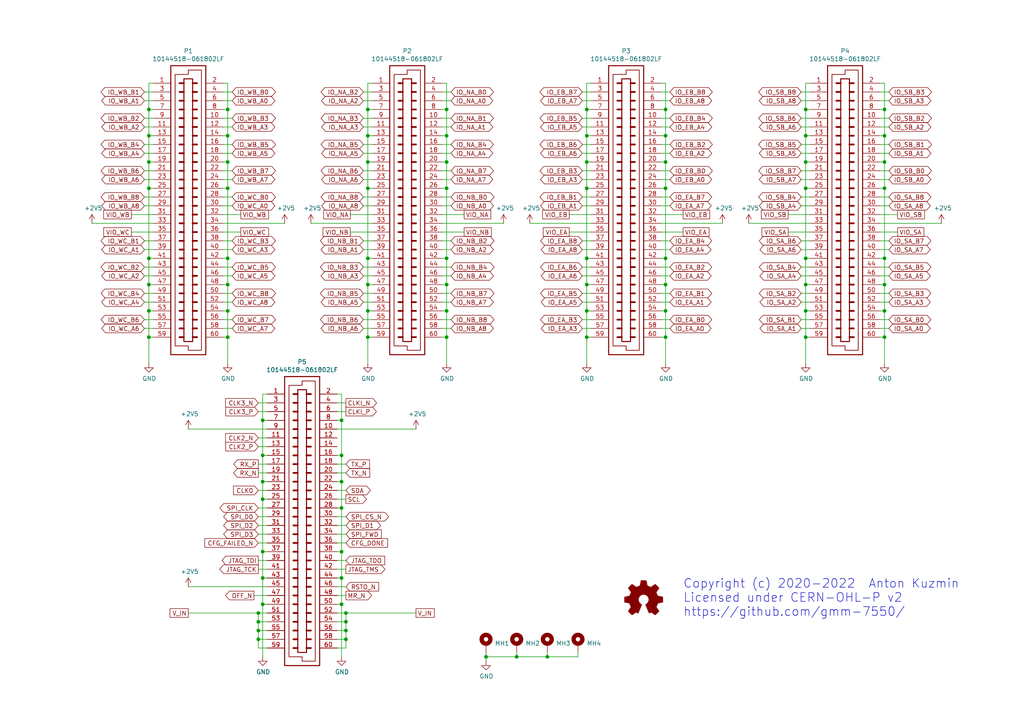
<source format=kicad_sch>
(kicad_sch (version 20230121) (generator eeschema)
  (paper "A4")
  (title_block (title "GateMate FPGA Module: GMM-7550") (date "2022-04-27") (rev "2.2"))
  (junction (at 106.68 82.55))
  (junction (at 256.54 54.61))
  (junction (at 106.68 46.99))
  (junction (at 129.54 46.99))
  (junction (at 99.06 167.64))
  (junction (at 193.04 90.17))
  (junction (at 193.04 74.93))
  (junction (at 129.54 39.37))
  (junction (at 106.68 74.93))
  (junction (at 193.04 31.75))
  (junction (at 99.06 147.32))
  (junction (at 256.54 31.75))
  (junction (at 256.54 39.37))
  (junction (at 99.06 139.7))
  (junction (at 170.18 39.37))
  (junction (at 76.2 160.02))
  (junction (at 256.54 46.99))
  (junction (at 106.68 39.37))
  (junction (at 99.06 121.92))
  (junction (at 66.04 90.17))
  (junction (at 66.04 97.79))
  (junction (at 76.2 167.64))
  (junction (at 74.93 182.88))
  (junction (at 233.68 46.99))
  (junction (at 76.2 139.7))
  (junction (at 106.68 54.61))
  (junction (at 66.04 82.55))
  (junction (at 170.18 90.17))
  (junction (at 193.04 39.37))
  (junction (at 233.68 82.55))
  (junction (at 43.18 90.17))
  (junction (at 43.18 74.93))
  (junction (at 43.18 54.61))
  (junction (at 99.06 160.02))
  (junction (at 170.18 82.55))
  (junction (at 129.54 97.79))
  (junction (at 170.18 74.93))
  (junction (at 99.06 175.26))
  (junction (at 106.68 90.17))
  (junction (at 129.54 54.61))
  (junction (at 76.2 132.08))
  (junction (at 129.54 82.55))
  (junction (at 66.04 39.37))
  (junction (at 233.68 39.37))
  (junction (at 170.18 97.79))
  (junction (at 66.04 31.75))
  (junction (at 66.04 54.61))
  (junction (at 256.54 74.93))
  (junction (at 43.18 46.99))
  (junction (at 66.04 46.99))
  (junction (at 129.54 90.17))
  (junction (at 193.04 54.61))
  (junction (at 129.54 74.93))
  (junction (at 158.75 190.5))
  (junction (at 170.18 46.99))
  (junction (at 99.06 132.08))
  (junction (at 100.33 185.42))
  (junction (at 76.2 144.78))
  (junction (at 140.97 190.5))
  (junction (at 256.54 97.79))
  (junction (at 256.54 82.55))
  (junction (at 66.04 74.93))
  (junction (at 193.04 82.55))
  (junction (at 170.18 31.75))
  (junction (at 193.04 46.99))
  (junction (at 100.33 177.8))
  (junction (at 74.93 185.42))
  (junction (at 233.68 90.17))
  (junction (at 74.93 180.34))
  (junction (at 129.54 31.75))
  (junction (at 100.33 182.88))
  (junction (at 149.86 190.5))
  (junction (at 233.68 97.79))
  (junction (at 74.93 177.8))
  (junction (at 76.2 175.26))
  (junction (at 193.04 97.79))
  (junction (at 43.18 39.37))
  (junction (at 233.68 54.61))
  (junction (at 170.18 54.61))
  (junction (at 43.18 82.55))
  (junction (at 43.18 31.75))
  (junction (at 76.2 121.92))
  (junction (at 233.68 74.93))
  (junction (at 233.68 31.75))
  (junction (at 100.33 180.34))
  (junction (at 256.54 90.17))
  (junction (at 106.68 97.79))
  (junction (at 43.18 97.79))
  (junction (at 106.68 31.75))
  (wire (pts (xy 232.41 36.83) (xy 234.95 36.83)))
  (wire (pts (xy 64.77 44.45) (xy 67.31 44.45)))
  (wire (pts (xy 100.33 170.18) (xy 97.79 170.18)))
  (wire (pts (xy 255.27 77.47) (xy 257.81 77.47)))
  (wire (pts (xy 105.41 36.83) (xy 107.95 36.83)))
  (wire (pts (xy 43.18 90.17) (xy 43.18 97.79)))
  (wire (pts (xy 99.06 167.64) (xy 99.06 160.02)))
  (wire (pts (xy 232.41 49.53) (xy 234.95 49.53)))
  (wire (pts (xy 168.91 44.45) (xy 171.45 44.45)))
  (wire (pts (xy 64.77 97.79) (xy 66.04 97.79)))
  (wire (pts (xy 43.18 24.13) (xy 43.18 31.75)))
  (wire (pts (xy 74.93 142.24) (xy 77.47 142.24)))
  (wire (pts (xy 193.04 39.37) (xy 193.04 46.99)))
  (wire (pts (xy 256.54 90.17) (xy 256.54 97.79)))
  (wire (pts (xy 97.79 137.16) (xy 100.33 137.16)))
  (wire (pts (xy 76.2 175.26) (xy 77.47 175.26)))
  (wire (pts (xy 191.77 82.55) (xy 193.04 82.55)))
  (wire (pts (xy 233.68 39.37) (xy 233.68 46.99)))
  (wire (pts (xy 128.27 57.15) (xy 130.81 57.15)))
  (wire (pts (xy 41.91 36.83) (xy 44.45 36.83)))
  (wire (pts (xy 44.45 31.75) (xy 43.18 31.75)))
  (wire (pts (xy 76.2 160.02) (xy 77.47 160.02)))
  (wire (pts (xy 44.45 82.55) (xy 43.18 82.55)))
  (wire (pts (xy 128.27 41.91) (xy 130.81 41.91)))
  (wire (pts (xy 74.93 180.34) (xy 77.47 180.34)))
  (wire (pts (xy 257.81 80.01) (xy 255.27 80.01)))
  (wire (pts (xy 106.68 46.99) (xy 106.68 54.61)))
  (wire (pts (xy 217.17 64.77) (xy 234.95 64.77)))
  (wire (pts (xy 26.67 64.77) (xy 44.45 64.77)))
  (wire (pts (xy 74.93 137.16) (xy 77.47 137.16)))
  (wire (pts (xy 232.41 87.63) (xy 234.95 87.63)))
  (wire (pts (xy 255.27 62.23) (xy 260.35 62.23)))
  (wire (pts (xy 255.27 85.09) (xy 257.81 85.09)))
  (wire (pts (xy 99.06 147.32) (xy 99.06 139.7)))
  (wire (pts (xy 74.93 162.56) (xy 77.47 162.56)))
  (wire (pts (xy 76.2 121.92) (xy 77.47 121.92)))
  (wire (pts (xy 191.77 41.91) (xy 194.31 41.91)))
  (wire (pts (xy 74.93 185.42) (xy 74.93 187.96)))
  (wire (pts (xy 170.18 54.61) (xy 170.18 74.93)))
  (wire (pts (xy 99.06 175.26) (xy 97.79 175.26)))
  (wire (pts (xy 128.27 44.45) (xy 130.81 44.45)))
  (wire (pts (xy 41.91 44.45) (xy 44.45 44.45)))
  (wire (pts (xy 74.93 187.96) (xy 77.47 187.96)))
  (wire (pts (xy 64.77 49.53) (xy 67.31 49.53)))
  (wire (pts (xy 228.6 67.31) (xy 234.95 67.31)))
  (wire (pts (xy 74.93 157.48) (xy 77.47 157.48)))
  (wire (pts (xy 128.27 64.77) (xy 146.05 64.77)))
  (wire (pts (xy 54.61 170.18) (xy 77.47 170.18)))
  (wire (pts (xy 129.54 39.37) (xy 129.54 46.99)))
  (wire (pts (xy 191.77 39.37) (xy 193.04 39.37)))
  (wire (pts (xy 128.27 31.75) (xy 129.54 31.75)))
  (wire (pts (xy 232.41 77.47) (xy 234.95 77.47)))
  (wire (pts (xy 165.1 62.23) (xy 171.45 62.23)))
  (wire (pts (xy 256.54 31.75) (xy 256.54 39.37)))
  (wire (pts (xy 105.41 49.53) (xy 107.95 49.53)))
  (wire (pts (xy 97.79 160.02) (xy 99.06 160.02)))
  (wire (pts (xy 107.95 90.17) (xy 106.68 90.17)))
  (wire (pts (xy 99.06 139.7) (xy 99.06 132.08)))
  (wire (pts (xy 171.45 90.17) (xy 170.18 90.17)))
  (wire (pts (xy 191.77 44.45) (xy 194.31 44.45)))
  (wire (pts (xy 77.47 114.3) (xy 76.2 114.3)))
  (wire (pts (xy 129.54 46.99) (xy 129.54 54.61)))
  (wire (pts (xy 66.04 74.93) (xy 66.04 82.55)))
  (wire (pts (xy 128.27 82.55) (xy 129.54 82.55)))
  (wire (pts (xy 43.18 39.37) (xy 43.18 46.99)))
  (wire (pts (xy 255.27 26.67) (xy 257.81 26.67)))
  (wire (pts (xy 64.77 24.13) (xy 66.04 24.13)))
  (wire (pts (xy 232.41 95.25) (xy 234.95 95.25)))
  (wire (pts (xy 105.41 34.29) (xy 107.95 34.29)))
  (wire (pts (xy 232.41 52.07) (xy 234.95 52.07)))
  (wire (pts (xy 64.77 67.31) (xy 69.85 67.31)))
  (wire (pts (xy 76.2 190.5) (xy 76.2 175.26)))
  (wire (pts (xy 128.27 39.37) (xy 129.54 39.37)))
  (wire (pts (xy 256.54 74.93) (xy 256.54 82.55)))
  (wire (pts (xy 168.91 87.63) (xy 171.45 87.63)))
  (wire (pts (xy 128.27 69.85) (xy 130.81 69.85)))
  (wire (pts (xy 66.04 39.37) (xy 66.04 46.99)))
  (wire (pts (xy 191.77 67.31) (xy 198.12 67.31)))
  (wire (pts (xy 64.77 80.01) (xy 67.31 80.01)))
  (wire (pts (xy 232.41 41.91) (xy 234.95 41.91)))
  (wire (pts (xy 44.45 97.79) (xy 43.18 97.79)))
  (wire (pts (xy 44.45 39.37) (xy 43.18 39.37)))
  (wire (pts (xy 193.04 90.17) (xy 193.04 97.79)))
  (wire (pts (xy 234.95 31.75) (xy 233.68 31.75)))
  (wire (pts (xy 97.79 134.62) (xy 100.33 134.62)))
  (wire (pts (xy 74.93 147.32) (xy 77.47 147.32)))
  (wire (pts (xy 100.33 177.8) (xy 120.65 177.8)))
  (wire (pts (xy 100.33 119.38) (xy 97.79 119.38)))
  (wire (pts (xy 97.79 172.72) (xy 100.33 172.72)))
  (wire (pts (xy 64.77 59.69) (xy 67.31 59.69)))
  (wire (pts (xy 64.77 41.91) (xy 67.31 41.91)))
  (wire (pts (xy 107.95 46.99) (xy 106.68 46.99)))
  (wire (pts (xy 193.04 74.93) (xy 193.04 82.55)))
  (wire (pts (xy 234.95 82.55) (xy 233.68 82.55)))
  (wire (pts (xy 158.75 189.23) (xy 158.75 190.5)))
  (wire (pts (xy 255.27 36.83) (xy 257.81 36.83)))
  (wire (pts (xy 234.95 90.17) (xy 233.68 90.17)))
  (wire (pts (xy 128.27 97.79) (xy 129.54 97.79)))
  (wire (pts (xy 105.41 26.67) (xy 107.95 26.67)))
  (wire (pts (xy 76.2 160.02) (xy 76.2 167.64)))
  (wire (pts (xy 255.27 44.45) (xy 257.81 44.45)))
  (wire (pts (xy 193.04 54.61) (xy 193.04 74.93)))
  (wire (pts (xy 44.45 46.99) (xy 43.18 46.99)))
  (wire (pts (xy 170.18 90.17) (xy 170.18 97.79)))
  (wire (pts (xy 41.91 92.71) (xy 44.45 92.71)))
  (wire (pts (xy 105.41 59.69) (xy 107.95 59.69)))
  (wire (pts (xy 255.27 29.21) (xy 257.81 29.21)))
  (wire (pts (xy 74.93 149.86) (xy 77.47 149.86)))
  (wire (pts (xy 67.31 92.71) (xy 64.77 92.71)))
  (wire (pts (xy 105.41 41.91) (xy 107.95 41.91)))
  (wire (pts (xy 74.93 177.8) (xy 77.47 177.8)))
  (wire (pts (xy 41.91 57.15) (xy 44.45 57.15)))
  (wire (pts (xy 191.77 85.09) (xy 194.31 85.09)))
  (wire (pts (xy 171.45 74.93) (xy 170.18 74.93)))
  (wire (pts (xy 256.54 97.79) (xy 256.54 105.41)))
  (wire (pts (xy 64.77 26.67) (xy 67.31 26.67)))
  (wire (pts (xy 74.93 177.8) (xy 74.93 180.34)))
  (wire (pts (xy 107.95 74.93) (xy 106.68 74.93)))
  (wire (pts (xy 255.27 69.85) (xy 257.81 69.85)))
  (wire (pts (xy 255.27 57.15) (xy 257.81 57.15)))
  (wire (pts (xy 128.27 85.09) (xy 130.81 85.09)))
  (wire (pts (xy 140.97 190.5) (xy 140.97 191.77)))
  (wire (pts (xy 106.68 31.75) (xy 106.68 39.37)))
  (wire (pts (xy 191.77 29.21) (xy 194.31 29.21)))
  (wire (pts (xy 191.77 95.25) (xy 194.31 95.25)))
  (wire (pts (xy 44.45 90.17) (xy 43.18 90.17)))
  (wire (pts (xy 129.54 97.79) (xy 129.54 105.41)))
  (wire (pts (xy 76.2 144.78) (xy 76.2 160.02)))
  (wire (pts (xy 43.18 31.75) (xy 43.18 39.37)))
  (wire (pts (xy 64.77 57.15) (xy 67.31 57.15)))
  (wire (pts (xy 170.18 39.37) (xy 170.18 46.99)))
  (wire (pts (xy 168.91 95.25) (xy 171.45 95.25)))
  (wire (pts (xy 256.54 46.99) (xy 256.54 54.61)))
  (wire (pts (xy 41.91 95.25) (xy 44.45 95.25)))
  (wire (pts (xy 105.41 87.63) (xy 107.95 87.63)))
  (wire (pts (xy 99.06 167.64) (xy 97.79 167.64)))
  (wire (pts (xy 107.95 82.55) (xy 106.68 82.55)))
  (wire (pts (xy 105.41 85.09) (xy 107.95 85.09)))
  (wire (pts (xy 255.27 54.61) (xy 256.54 54.61)))
  (wire (pts (xy 105.41 57.15) (xy 107.95 57.15)))
  (wire (pts (xy 191.77 36.83) (xy 194.31 36.83)))
  (wire (pts (xy 167.64 189.23) (xy 167.64 190.5)))
  (wire (pts (xy 64.77 52.07) (xy 67.31 52.07)))
  (wire (pts (xy 255.27 59.69) (xy 257.81 59.69)))
  (wire (pts (xy 128.27 67.31) (xy 134.62 67.31)))
  (wire (pts (xy 105.41 72.39) (xy 107.95 72.39)))
  (wire (pts (xy 168.91 69.85) (xy 171.45 69.85)))
  (wire (pts (xy 234.95 97.79) (xy 233.68 97.79)))
  (wire (pts (xy 100.33 187.96) (xy 100.33 185.42)))
  (wire (pts (xy 128.27 34.29) (xy 130.81 34.29)))
  (wire (pts (xy 256.54 54.61) (xy 256.54 74.93)))
  (wire (pts (xy 168.91 92.71) (xy 171.45 92.71)))
  (wire (pts (xy 76.2 139.7) (xy 76.2 144.78)))
  (wire (pts (xy 128.27 46.99) (xy 129.54 46.99)))
  (wire (pts (xy 255.27 92.71) (xy 257.81 92.71)))
  (wire (pts (xy 107.95 24.13) (xy 106.68 24.13)))
  (wire (pts (xy 255.27 34.29) (xy 257.81 34.29)))
  (wire (pts (xy 76.2 121.92) (xy 76.2 132.08)))
  (wire (pts (xy 128.27 24.13) (xy 129.54 24.13)))
  (wire (pts (xy 233.68 31.75) (xy 233.68 39.37)))
  (wire (pts (xy 76.2 167.64) (xy 77.47 167.64)))
  (wire (pts (xy 44.45 74.93) (xy 43.18 74.93)))
  (wire (pts (xy 193.04 46.99) (xy 193.04 54.61)))
  (wire (pts (xy 76.2 132.08) (xy 76.2 139.7)))
  (wire (pts (xy 191.77 57.15) (xy 194.31 57.15)))
  (wire (pts (xy 128.27 77.47) (xy 130.81 77.47)))
  (wire (pts (xy 256.54 39.37) (xy 256.54 46.99)))
  (wire (pts (xy 74.93 182.88) (xy 77.47 182.88)))
  (wire (pts (xy 97.79 165.1) (xy 100.33 165.1)))
  (wire (pts (xy 97.79 116.84) (xy 100.33 116.84)))
  (wire (pts (xy 128.27 72.39) (xy 130.81 72.39)))
  (wire (pts (xy 106.68 90.17) (xy 106.68 97.79)))
  (wire (pts (xy 74.93 165.1) (xy 77.47 165.1)))
  (wire (pts (xy 232.41 26.67) (xy 234.95 26.67)))
  (wire (pts (xy 97.79 157.48) (xy 100.33 157.48)))
  (wire (pts (xy 106.68 82.55) (xy 106.68 90.17)))
  (wire (pts (xy 232.41 34.29) (xy 234.95 34.29)))
  (wire (pts (xy 129.54 31.75) (xy 129.54 39.37)))
  (wire (pts (xy 76.2 144.78) (xy 77.47 144.78)))
  (wire (pts (xy 167.64 190.5) (xy 158.75 190.5)))
  (wire (pts (xy 255.27 41.91) (xy 257.81 41.91)))
  (wire (pts (xy 168.91 72.39) (xy 171.45 72.39)))
  (wire (pts (xy 191.77 49.53) (xy 194.31 49.53)))
  (wire (pts (xy 149.86 190.5) (xy 140.97 190.5)))
  (wire (pts (xy 106.68 97.79) (xy 106.68 105.41)))
  (wire (pts (xy 256.54 82.55) (xy 256.54 90.17)))
  (wire (pts (xy 105.41 95.25) (xy 107.95 95.25)))
  (wire (pts (xy 100.33 185.42) (xy 100.33 182.88)))
  (wire (pts (xy 41.91 77.47) (xy 44.45 77.47)))
  (wire (pts (xy 233.68 97.79) (xy 233.68 105.41)))
  (wire (pts (xy 74.93 129.54) (xy 77.47 129.54)))
  (wire (pts (xy 170.18 82.55) (xy 170.18 90.17)))
  (wire (pts (xy 66.04 24.13) (xy 66.04 31.75)))
  (wire (pts (xy 41.91 34.29) (xy 44.45 34.29)))
  (wire (pts (xy 128.27 80.01) (xy 130.81 80.01)))
  (wire (pts (xy 41.91 49.53) (xy 44.45 49.53)))
  (wire (pts (xy 73.66 172.72) (xy 77.47 172.72)))
  (wire (pts (xy 170.18 97.79) (xy 170.18 105.41)))
  (wire (pts (xy 128.27 49.53) (xy 130.81 49.53)))
  (wire (pts (xy 107.95 97.79) (xy 106.68 97.79)))
  (wire (pts (xy 171.45 39.37) (xy 170.18 39.37)))
  (wire (pts (xy 97.79 180.34) (xy 100.33 180.34)))
  (wire (pts (xy 99.06 132.08) (xy 99.06 121.92)))
  (wire (pts (xy 129.54 24.13) (xy 129.54 31.75)))
  (wire (pts (xy 191.77 52.07) (xy 194.31 52.07)))
  (wire (pts (xy 129.54 74.93) (xy 129.54 82.55)))
  (wire (pts (xy 77.47 132.08) (xy 76.2 132.08)))
  (wire (pts (xy 107.95 31.75) (xy 106.68 31.75)))
  (wire (pts (xy 38.1 67.31) (xy 44.45 67.31)))
  (wire (pts (xy 191.77 24.13) (xy 193.04 24.13)))
  (wire (pts (xy 66.04 97.79) (xy 66.04 105.41)))
  (wire (pts (xy 43.18 74.93) (xy 43.18 82.55)))
  (wire (pts (xy 191.77 72.39) (xy 194.31 72.39)))
  (wire (pts (xy 64.77 36.83) (xy 67.31 36.83)))
  (wire (pts (xy 44.45 54.61) (xy 43.18 54.61)))
  (wire (pts (xy 233.68 54.61) (xy 233.68 74.93)))
  (wire (pts (xy 171.45 64.77) (xy 153.67 64.77)))
  (wire (pts (xy 101.6 67.31) (xy 107.95 67.31)))
  (wire (pts (xy 191.77 87.63) (xy 194.31 87.63)))
  (wire (pts (xy 171.45 97.79) (xy 170.18 97.79)))
  (wire (pts (xy 64.77 95.25) (xy 67.31 95.25)))
  (wire (pts (xy 170.18 46.99) (xy 170.18 54.61)))
  (wire (pts (xy 191.77 34.29) (xy 194.31 34.29)))
  (wire (pts (xy 234.95 74.93) (xy 233.68 74.93)))
  (wire (pts (xy 170.18 31.75) (xy 170.18 39.37)))
  (wire (pts (xy 149.86 189.23) (xy 149.86 190.5)))
  (wire (pts (xy 77.47 139.7) (xy 76.2 139.7)))
  (wire (pts (xy 64.77 82.55) (xy 66.04 82.55)))
  (wire (pts (xy 193.04 97.79) (xy 193.04 105.41)))
  (wire (pts (xy 140.97 189.23) (xy 140.97 190.5)))
  (wire (pts (xy 105.41 80.01) (xy 107.95 80.01)))
  (wire (pts (xy 99.06 190.5) (xy 99.06 175.26)))
  (wire (pts (xy 74.93 152.4) (xy 77.47 152.4)))
  (wire (pts (xy 191.77 59.69) (xy 194.31 59.69)))
  (wire (pts (xy 171.45 24.13) (xy 170.18 24.13)))
  (wire (pts (xy 76.2 167.64) (xy 76.2 175.26)))
  (wire (pts (xy 129.54 82.55) (xy 129.54 90.17)))
  (wire (pts (xy 191.77 80.01) (xy 194.31 80.01)))
  (wire (pts (xy 64.77 54.61) (xy 66.04 54.61)))
  (wire (pts (xy 64.77 77.47) (xy 67.31 77.47)))
  (wire (pts (xy 106.68 39.37) (xy 106.68 46.99)))
  (wire (pts (xy 100.33 180.34) (xy 100.33 177.8)))
  (wire (pts (xy 43.18 54.61) (xy 43.18 74.93)))
  (wire (pts (xy 168.91 59.69) (xy 171.45 59.69)))
  (wire (pts (xy 168.91 49.53) (xy 171.45 49.53)))
  (wire (pts (xy 191.77 64.77) (xy 209.55 64.77)))
  (wire (pts (xy 74.93 116.84) (xy 77.47 116.84)))
  (wire (pts (xy 66.04 90.17) (xy 66.04 97.79)))
  (wire (pts (xy 255.27 31.75) (xy 256.54 31.75)))
  (wire (pts (xy 74.93 185.42) (xy 77.47 185.42)))
  (wire (pts (xy 41.91 80.01) (xy 44.45 80.01)))
  (wire (pts (xy 191.77 69.85) (xy 194.31 69.85)))
  (wire (pts (xy 168.91 29.21) (xy 171.45 29.21)))
  (wire (pts (xy 128.27 29.21) (xy 130.81 29.21)))
  (wire (pts (xy 191.77 92.71) (xy 194.31 92.71)))
  (wire (pts (xy 168.91 41.91) (xy 171.45 41.91)))
  (wire (pts (xy 105.41 69.85) (xy 107.95 69.85)))
  (wire (pts (xy 128.27 52.07) (xy 130.81 52.07)))
  (wire (pts (xy 64.77 64.77) (xy 82.55 64.77)))
  (wire (pts (xy 232.41 57.15) (xy 234.95 57.15)))
  (wire (pts (xy 41.91 41.91) (xy 44.45 41.91)))
  (wire (pts (xy 64.77 69.85) (xy 67.31 69.85)))
  (wire (pts (xy 67.31 87.63) (xy 64.77 87.63)))
  (wire (pts (xy 232.41 92.71) (xy 234.95 92.71)))
  (wire (pts (xy 255.27 82.55) (xy 256.54 82.55)))
  (wire (pts (xy 74.93 127) (xy 77.47 127)))
  (wire (pts (xy 232.41 29.21) (xy 234.95 29.21)))
  (wire (pts (xy 99.06 139.7) (xy 97.79 139.7)))
  (wire (pts (xy 255.27 64.77) (xy 273.05 64.77)))
  (wire (pts (xy 170.18 74.93) (xy 170.18 82.55)))
  (wire (pts (xy 41.91 59.69) (xy 44.45 59.69)))
  (wire (pts (xy 41.91 69.85) (xy 44.45 69.85)))
  (wire (pts (xy 41.91 52.07) (xy 44.45 52.07)))
  (wire (pts (xy 255.27 52.07) (xy 257.81 52.07)))
  (wire (pts (xy 128.27 59.69) (xy 130.81 59.69)))
  (wire (pts (xy 128.27 54.61) (xy 129.54 54.61)))
  (wire (pts (xy 255.27 46.99) (xy 256.54 46.99)))
  (wire (pts (xy 171.45 31.75) (xy 170.18 31.75)))
  (wire (pts (xy 105.41 77.47) (xy 107.95 77.47)))
  (wire (pts (xy 38.1 62.23) (xy 44.45 62.23)))
  (wire (pts (xy 191.77 31.75) (xy 193.04 31.75)))
  (wire (pts (xy 66.04 46.99) (xy 66.04 54.61)))
  (wire (pts (xy 64.77 90.17) (xy 66.04 90.17)))
  (wire (pts (xy 170.18 24.13) (xy 170.18 31.75)))
  (wire (pts (xy 128.27 62.23) (xy 134.62 62.23)))
  (wire (pts (xy 97.79 149.86) (xy 100.33 149.86)))
  (wire (pts (xy 76.2 114.3) (xy 76.2 121.92)))
  (wire (pts (xy 234.95 46.99) (xy 233.68 46.99)))
  (wire (pts (xy 106.68 54.61) (xy 106.68 74.93)))
  (wire (pts (xy 257.81 87.63) (xy 255.27 87.63)))
  (wire (pts (xy 191.77 54.61) (xy 193.04 54.61)))
  (wire (pts (xy 168.91 80.01) (xy 171.45 80.01)))
  (wire (pts (xy 128.27 74.93) (xy 129.54 74.93)))
  (wire (pts (xy 171.45 54.61) (xy 170.18 54.61)))
  (wire (pts (xy 43.18 46.99) (xy 43.18 54.61)))
  (wire (pts (xy 255.27 49.53) (xy 257.81 49.53)))
  (wire (pts (xy 99.06 160.02) (xy 99.06 147.32)))
  (wire (pts (xy 74.93 182.88) (xy 74.93 185.42)))
  (wire (pts (xy 255.27 74.93) (xy 256.54 74.93)))
  (wire (pts (xy 66.04 54.61) (xy 66.04 74.93)))
  (wire (pts (xy 255.27 67.31) (xy 260.35 67.31)))
  (wire (pts (xy 168.91 85.09) (xy 171.45 85.09)))
  (wire (pts (xy 64.77 85.09) (xy 67.31 85.09)))
  (wire (pts (xy 168.91 57.15) (xy 171.45 57.15)))
  (wire (pts (xy 106.68 24.13) (xy 106.68 31.75)))
  (wire (pts (xy 256.54 24.13) (xy 256.54 31.75)))
  (wire (pts (xy 97.79 154.94) (xy 100.33 154.94)))
  (wire (pts (xy 191.77 46.99) (xy 193.04 46.99)))
  (wire (pts (xy 44.45 24.13) (xy 43.18 24.13)))
  (wire (pts (xy 128.27 92.71) (xy 130.81 92.71)))
  (wire (pts (xy 74.93 134.62) (xy 77.47 134.62)))
  (wire (pts (xy 232.41 69.85) (xy 234.95 69.85)))
  (wire (pts (xy 43.18 82.55) (xy 43.18 90.17)))
  (wire (pts (xy 107.95 64.77) (xy 90.17 64.77)))
  (wire (pts (xy 64.77 34.29) (xy 67.31 34.29)))
  (wire (pts (xy 64.77 46.99) (xy 66.04 46.99)))
  (wire (pts (xy 97.79 177.8) (xy 100.33 177.8)))
  (wire (pts (xy 191.77 74.93) (xy 193.04 74.93)))
  (wire (pts (xy 171.45 82.55) (xy 170.18 82.55)))
  (wire (pts (xy 54.61 177.8) (xy 74.93 177.8)))
  (wire (pts (xy 97.79 185.42) (xy 100.33 185.42)))
  (wire (pts (xy 234.95 54.61) (xy 233.68 54.61)))
  (wire (pts (xy 129.54 54.61) (xy 129.54 74.93)))
  (wire (pts (xy 97.79 162.56) (xy 100.33 162.56)))
  (wire (pts (xy 64.77 31.75) (xy 66.04 31.75)))
  (wire (pts (xy 129.54 90.17) (xy 129.54 97.79)))
  (wire (pts (xy 193.04 31.75) (xy 193.04 39.37)))
  (wire (pts (xy 105.41 52.07) (xy 107.95 52.07)))
  (wire (pts (xy 233.68 74.93) (xy 233.68 82.55)))
  (wire (pts (xy 97.79 121.92) (xy 99.06 121.92)))
  (wire (pts (xy 105.41 29.21) (xy 107.95 29.21)))
  (wire (pts (xy 41.91 72.39) (xy 44.45 72.39)))
  (wire (pts (xy 255.27 90.17) (xy 256.54 90.17)))
  (wire (pts (xy 41.91 87.63) (xy 44.45 87.63)))
  (wire (pts (xy 232.41 59.69) (xy 234.95 59.69)))
  (wire (pts (xy 233.68 46.99) (xy 233.68 54.61)))
  (wire (pts (xy 128.27 95.25) (xy 130.81 95.25)))
  (wire (pts (xy 233.68 90.17) (xy 233.68 97.79)))
  (wire (pts (xy 64.77 74.93) (xy 66.04 74.93)))
  (wire (pts (xy 193.04 82.55) (xy 193.04 90.17)))
  (wire (pts (xy 106.68 74.93) (xy 106.68 82.55)))
  (wire (pts (xy 97.79 124.46) (xy 120.65 124.46)))
  (wire (pts (xy 232.41 85.09) (xy 234.95 85.09)))
  (wire (pts (xy 66.04 82.55) (xy 66.04 90.17)))
  (wire (pts (xy 158.75 190.5) (xy 149.86 190.5)))
  (wire (pts (xy 64.77 62.23) (xy 69.85 62.23)))
  (wire (pts (xy 191.77 77.47) (xy 194.31 77.47)))
  (wire (pts (xy 171.45 46.99) (xy 170.18 46.99)))
  (wire (pts (xy 97.79 182.88) (xy 100.33 182.88)))
  (wire (pts (xy 43.18 97.79) (xy 43.18 105.41)))
  (wire (pts (xy 232.41 72.39) (xy 234.95 72.39)))
  (wire (pts (xy 168.91 36.83) (xy 171.45 36.83)))
  (wire (pts (xy 191.77 97.79) (xy 193.04 97.79)))
  (wire (pts (xy 255.27 95.25) (xy 257.81 95.25)))
  (wire (pts (xy 232.41 80.01) (xy 234.95 80.01)))
  (wire (pts (xy 97.79 142.24) (xy 100.33 142.24)))
  (wire (pts (xy 233.68 82.55) (xy 233.68 90.17)))
  (wire (pts (xy 255.27 24.13) (xy 256.54 24.13)))
  (wire (pts (xy 255.27 39.37) (xy 256.54 39.37)))
  (wire (pts (xy 41.91 85.09) (xy 44.45 85.09)))
  (wire (pts (xy 232.41 44.45) (xy 234.95 44.45)))
  (wire (pts (xy 105.41 44.45) (xy 107.95 44.45)))
  (wire (pts (xy 168.91 77.47) (xy 171.45 77.47)))
  (wire (pts (xy 74.93 180.34) (xy 74.93 182.88)))
  (wire (pts (xy 168.91 34.29) (xy 171.45 34.29)))
  (wire (pts (xy 64.77 39.37) (xy 66.04 39.37)))
  (wire (pts (xy 255.27 72.39) (xy 257.81 72.39)))
  (wire (pts (xy 99.06 175.26) (xy 99.06 167.64)))
  (wire (pts (xy 99.06 121.92) (xy 99.06 114.3)))
  (wire (pts (xy 233.68 24.13) (xy 233.68 31.75)))
  (wire (pts (xy 165.1 67.31) (xy 171.45 67.31)))
  (wire (pts (xy 101.6 62.23) (xy 107.95 62.23)))
  (wire (pts (xy 128.27 26.67) (xy 130.81 26.67)))
  (wire (pts (xy 41.91 29.21) (xy 44.45 29.21)))
  (wire (pts (xy 128.27 36.83) (xy 130.81 36.83)))
  (wire (pts (xy 66.04 31.75) (xy 66.04 39.37)))
  (wire (pts (xy 193.04 24.13) (xy 193.04 31.75)))
  (wire (pts (xy 74.93 154.94) (xy 77.47 154.94)))
  (wire (pts (xy 191.77 90.17) (xy 193.04 90.17)))
  (wire (pts (xy 97.79 144.78) (xy 100.33 144.78)))
  (wire (pts (xy 100.33 182.88) (xy 100.33 180.34)))
  (wire (pts (xy 105.41 92.71) (xy 107.95 92.71)))
  (wire (pts (xy 64.77 72.39) (xy 67.31 72.39)))
  (wire (pts (xy 128.27 90.17) (xy 129.54 90.17)))
  (wire (pts (xy 228.6 62.23) (xy 234.95 62.23)))
  (wire (pts (xy 107.95 39.37) (xy 106.68 39.37)))
  (wire (pts (xy 107.95 54.61) (xy 106.68 54.61)))
  (wire (pts (xy 41.91 26.67) (xy 44.45 26.67)))
  (wire (pts (xy 74.93 119.38) (xy 77.47 119.38)))
  (wire (pts (xy 128.27 87.63) (xy 130.81 87.63)))
  (wire (pts (xy 234.95 39.37) (xy 233.68 39.37)))
  (wire (pts (xy 234.95 24.13) (xy 233.68 24.13)))
  (wire (pts (xy 54.61 124.46) (xy 77.47 124.46)))
  (wire (pts (xy 99.06 114.3) (xy 97.79 114.3)))
  (wire (pts (xy 97.79 132.08) (xy 99.06 132.08)))
  (wire (pts (xy 64.77 29.21) (xy 67.31 29.21)))
  (wire (pts (xy 191.77 62.23) (xy 198.12 62.23)))
  (wire (pts (xy 97.79 152.4) (xy 100.33 152.4)))
  (wire (pts (xy 168.91 52.07) (xy 171.45 52.07)))
  (wire (pts (xy 97.79 147.32) (xy 99.06 147.32)))
  (wire (pts (xy 191.77 26.67) (xy 194.31 26.67)))
  (wire (pts (xy 255.27 97.79) (xy 256.54 97.79)))
  (wire (pts (xy 97.79 187.96) (xy 100.33 187.96)))
  (wire (pts (xy 168.91 26.67) (xy 171.45 26.67)))
  (text "Copyright (c) 2020-2022  Anton Kuzmin\nLicensed under CERN-OHL-P v2\nhttps://github.com/gmm-7550/" (at 198.12 179.07 0) (effects (font (size 2.54 2.54)) (justify left bottom)))
  (global_label "IO_SA_A8" (shape bidirectional) (at 257.81 59.69 0) (property "Intersheetrefs" "${INTERSHEET_REFS}" (effects hide)))
  (global_label "IO_NB_B3" (shape bidirectional) (at 105.41 77.47 180) (property "Intersheetrefs" "${INTERSHEET_REFS}" (effects hide)))
  (global_label "SPI_D3" (shape bidirectional) (at 74.93 154.94 180) (property "Intersheetrefs" "${INTERSHEET_REFS}" (effects hide)))
  (global_label "IO_SA_A5" (shape bidirectional) (at 257.81 80.01 0) (property "Intersheetrefs" "${INTERSHEET_REFS}" (effects hide)))
  (global_label "SPI_D1" (shape bidirectional) (at 100.33 152.4 0) (property "Intersheetrefs" "${INTERSHEET_REFS}" (effects hide)))
  (global_label "IO_WC_B3" (shape bidirectional) (at 67.31 69.85 0) (property "Intersheetrefs" "${INTERSHEET_REFS}" (effects hide)))
  (global_label "IO_EA_B7" (shape bidirectional) (at 194.31 57.15 0) (property "Intersheetrefs" "${INTERSHEET_REFS}" (effects hide)))
  (global_label "IO_NB_B2" (shape bidirectional) (at 130.81 69.85 0) (property "Intersheetrefs" "${INTERSHEET_REFS}" (effects hide)))
  (global_label "CLK3_N" (shape input) (at 74.93 116.84 180) (property "Intersheetrefs" "${INTERSHEET_REFS}" (effects hide)))
  (global_label "IO_EB_A0" (shape bidirectional) (at 194.31 52.07 0) (property "Intersheetrefs" "${INTERSHEET_REFS}" (effects hide)))
  (global_label "IO_SA_B6" (shape bidirectional) (at 232.41 69.85 180) (property "Intersheetrefs" "${INTERSHEET_REFS}" (effects hide)))
  (global_label "IO_EA_A5" (shape bidirectional) (at 168.91 87.63 180) (property "Intersheetrefs" "${INTERSHEET_REFS}" (effects hide)))
  (global_label "IO_SB_A0" (shape bidirectional) (at 257.81 52.07 0) (property "Intersheetrefs" "${INTERSHEET_REFS}" (effects hide)))
  (global_label "IO_EA_B8" (shape bidirectional) (at 168.91 69.85 180) (property "Intersheetrefs" "${INTERSHEET_REFS}" (effects hide)))
  (global_label "VIO_EB" (shape passive) (at 165.1 62.23 180) (property "Intersheetrefs" "${INTERSHEET_REFS}" (effects hide)))
  (global_label "IO_WC_A7" (shape bidirectional) (at 67.31 95.25 0) (property "Intersheetrefs" "${INTERSHEET_REFS}" (effects hide)))
  (global_label "IO_SA_B3" (shape bidirectional) (at 257.81 85.09 0) (property "Intersheetrefs" "${INTERSHEET_REFS}" (effects hide)))
  (global_label "IO_NA_B6" (shape bidirectional) (at 105.41 49.53 180) (property "Intersheetrefs" "${INTERSHEET_REFS}" (effects hide)))
  (global_label "VIO_SA" (shape passive) (at 260.35 67.31 0) (property "Intersheetrefs" "${INTERSHEET_REFS}" (effects hide)))
  (global_label "IO_EA_A1" (shape bidirectional) (at 194.31 87.63 0) (property "Intersheetrefs" "${INTERSHEET_REFS}" (effects hide)))
  (global_label "IO_WC_B0" (shape bidirectional) (at 67.31 57.15 0) (property "Intersheetrefs" "${INTERSHEET_REFS}" (effects hide)))
  (global_label "IO_SA_B8" (shape bidirectional) (at 257.81 57.15 0) (property "Intersheetrefs" "${INTERSHEET_REFS}" (effects hide)))
  (global_label "IO_WC_B8" (shape bidirectional) (at 67.31 85.09 0) (property "Intersheetrefs" "${INTERSHEET_REFS}" (effects hide)))
  (global_label "IO_SB_A4" (shape bidirectional) (at 232.41 59.69 180) (property "Intersheetrefs" "${INTERSHEET_REFS}" (effects hide)))
  (global_label "JTAG_TCK" (shape output) (at 74.93 165.1 180) (property "Intersheetrefs" "${INTERSHEET_REFS}" (effects hide)))
  (global_label "VIO_WC" (shape passive) (at 38.1 67.31 180) (property "Intersheetrefs" "${INTERSHEET_REFS}" (effects hide)))
  (global_label "IO_NA_A4" (shape bidirectional) (at 130.81 44.45 0) (property "Intersheetrefs" "${INTERSHEET_REFS}" (effects hide)))
  (global_label "IO_WB_A8" (shape bidirectional) (at 41.91 59.69 180) (property "Intersheetrefs" "${INTERSHEET_REFS}" (effects hide)))
  (global_label "IO_NB_B7" (shape bidirectional) (at 130.81 85.09 0) (property "Intersheetrefs" "${INTERSHEET_REFS}" (effects hide)))
  (global_label "IO_WB_B6" (shape bidirectional) (at 41.91 49.53 180) (property "Intersheetrefs" "${INTERSHEET_REFS}" (effects hide)))
  (global_label "IO_EB_A4" (shape bidirectional) (at 194.31 36.83 0) (property "Intersheetrefs" "${INTERSHEET_REFS}" (effects hide)))
  (global_label "IO_NA_A6" (shape bidirectional) (at 105.41 52.07 180) (property "Intersheetrefs" "${INTERSHEET_REFS}" (effects hide)))
  (global_label "IO_WC_A0" (shape bidirectional) (at 67.31 59.69 0) (property "Intersheetrefs" "${INTERSHEET_REFS}" (effects hide)))
  (global_label "IO_WC_A4" (shape bidirectional) (at 41.91 87.63 180) (property "Intersheetrefs" "${INTERSHEET_REFS}" (effects hide)))
  (global_label "VIO_NB" (shape passive) (at 134.62 67.31 0) (property "Intersheetrefs" "${INTERSHEET_REFS}" (effects hide)))
  (global_label "IO_SB_B6" (shape bidirectional) (at 232.41 34.29 180) (property "Intersheetrefs" "${INTERSHEET_REFS}" (effects hide)))
  (global_label "IO_EA_B5" (shape bidirectional) (at 168.91 85.09 180) (property "Intersheetrefs" "${INTERSHEET_REFS}" (effects hide)))
  (global_label "IO_SA_A4" (shape bidirectional) (at 232.41 80.01 180) (property "Intersheetrefs" "${INTERSHEET_REFS}" (effects hide)))
  (global_label "IO_SA_A7" (shape bidirectional) (at 257.81 72.39 0) (property "Intersheetrefs" "${INTERSHEET_REFS}" (effects hide)))
  (global_label "IO_EA_A3" (shape bidirectional) (at 168.91 95.25 180) (property "Intersheetrefs" "${INTERSHEET_REFS}" (effects hide)))
  (global_label "IO_WB_B7" (shape bidirectional) (at 67.31 49.53 0) (property "Intersheetrefs" "${INTERSHEET_REFS}" (effects hide)))
  (global_label "IO_NB_A3" (shape bidirectional) (at 105.41 80.01 180) (property "Intersheetrefs" "${INTERSHEET_REFS}" (effects hide)))
  (global_label "IO_EB_A5" (shape bidirectional) (at 168.91 36.83 180) (property "Intersheetrefs" "${INTERSHEET_REFS}" (effects hide)))
  (global_label "CLKI_P" (shape output) (at 100.33 119.38 0) (property "Intersheetrefs" "${INTERSHEET_REFS}" (effects hide)))
  (global_label "IO_EA_A6" (shape bidirectional) (at 168.91 80.01 180) (property "Intersheetrefs" "${INTERSHEET_REFS}" (effects hide)))
  (global_label "IO_NA_B2" (shape bidirectional) (at 105.41 26.67 180) (property "Intersheetrefs" "${INTERSHEET_REFS}" (effects hide)))
  (global_label "CLK2_N" (shape input) (at 74.93 127 180) (property "Intersheetrefs" "${INTERSHEET_REFS}" (effects hide)))
  (global_label "VIO_EA" (shape passive) (at 165.1 67.31 180) (property "Intersheetrefs" "${INTERSHEET_REFS}" (effects hide)))
  (global_label "IO_SA_A0" (shape bidirectional) (at 257.81 95.25 0) (property "Intersheetrefs" "${INTERSHEET_REFS}" (effects hide)))
  (global_label "IO_WC_B2" (shape bidirectional) (at 41.91 77.47 180) (property "Intersheetrefs" "${INTERSHEET_REFS}" (effects hide)))
  (global_label "VIO_EB" (shape passive) (at 198.12 62.23 0) (property "Intersheetrefs" "${INTERSHEET_REFS}" (effects hide)))
  (global_label "IO_EB_A2" (shape bidirectional) (at 194.31 44.45 0) (property "Intersheetrefs" "${INTERSHEET_REFS}" (effects hide)))
  (global_label "IO_NB_B5" (shape bidirectional) (at 105.41 85.09 180) (property "Intersheetrefs" "${INTERSHEET_REFS}" (effects hide)))
  (global_label "IO_WB_A3" (shape bidirectional) (at 67.31 36.83 0) (property "Intersheetrefs" "${INTERSHEET_REFS}" (effects hide)))
  (global_label "IO_EB_A6" (shape bidirectional) (at 168.91 44.45 180) (property "Intersheetrefs" "${INTERSHEET_REFS}" (effects hide)))
  (global_label "IO_WB_A6" (shape bidirectional) (at 41.91 52.07 180) (property "Intersheetrefs" "${INTERSHEET_REFS}" (effects hide)))
  (global_label "CLKI_N" (shape output) (at 100.33 116.84 0) (property "Intersheetrefs" "${INTERSHEET_REFS}" (effects hide)))
  (global_label "IO_NA_B4" (shape bidirectional) (at 130.81 41.91 0) (property "Intersheetrefs" "${INTERSHEET_REFS}" (effects hide)))
  (global_label "SPI_CLK" (shape bidirectional) (at 74.93 147.32 180) (property "Intersheetrefs" "${INTERSHEET_REFS}" (effects hide)))
  (global_label "VIO_WB" (shape passive) (at 69.85 62.23 0) (property "Intersheetrefs" "${INTERSHEET_REFS}" (effects hide)))
  (global_label "IO_NB_A1" (shape bidirectional) (at 105.41 72.39 180) (property "Intersheetrefs" "${INTERSHEET_REFS}" (effects hide)))
  (global_label "IO_WC_B5" (shape bidirectional) (at 67.31 77.47 0) (property "Intersheetrefs" "${INTERSHEET_REFS}" (effects hide)))
  (global_label "IO_NA_A8" (shape bidirectional) (at 105.41 59.69 180) (property "Intersheetrefs" "${INTERSHEET_REFS}" (effects hide)))
  (global_label "VIO_WC" (shape passive) (at 69.85 67.31 0) (property "Intersheetrefs" "${INTERSHEET_REFS}" (effects hide)))
  (global_label "IO_WC_A3" (shape bidirectional) (at 67.31 72.39 0) (property "Intersheetrefs" "${INTERSHEET_REFS}" (effects hide)))
  (global_label "IO_NA_B1" (shape bidirectional) (at 130.81 34.29 0) (property "Intersheetrefs" "${INTERSHEET_REFS}" (effects hide)))
  (global_label "SCL" (shape output) (at 100.33 144.78 0) (property "Intersheetrefs" "${INTERSHEET_REFS}" (effects hide)))
  (global_label "JTAG_TDI" (shape output) (at 74.93 162.56 180) (property "Intersheetrefs" "${INTERSHEET_REFS}" (effects hide)))
  (global_label "VIO_SB" (shape passive) (at 260.35 62.23 0) (property "Intersheetrefs" "${INTERSHEET_REFS}" (effects hide)))
  (global_label "IO_WB_B0" (shape bidirectional) (at 67.31 26.67 0) (property "Intersheetrefs" "${INTERSHEET_REFS}" (effects hide)))
  (global_label "IO_EB_A7" (shape bidirectional) (at 168.91 29.21 180) (property "Intersheetrefs" "${INTERSHEET_REFS}" (effects hide)))
  (global_label "IO_NA_B8" (shape bidirectional) (at 105.41 57.15 180) (property "Intersheetrefs" "${INTERSHEET_REFS}" (effects hide)))
  (global_label "IO_SB_A7" (shape bidirectional) (at 232.41 52.07 180) (property "Intersheetrefs" "${INTERSHEET_REFS}" (effects hide)))
  (global_label "IO_NA_A1" (shape bidirectional) (at 130.81 36.83 0) (property "Intersheetrefs" "${INTERSHEET_REFS}" (effects hide)))
  (global_label "IO_WB_A0" (shape bidirectional) (at 67.31 29.21 0) (property "Intersheetrefs" "${INTERSHEET_REFS}" (effects hide)))
  (global_label "IO_NB_A4" (shape bidirectional) (at 130.81 80.01 0) (property "Intersheetrefs" "${INTERSHEET_REFS}" (effects hide)))
  (global_label "IO_SB_B8" (shape bidirectional) (at 232.41 26.67 180) (property "Intersheetrefs" "${INTERSHEET_REFS}" (effects hide)))
  (global_label "JTAG_TDO" (shape input) (at 100.33 162.56 0) (property "Intersheetrefs" "${INTERSHEET_REFS}" (effects hide)))
  (global_label "IO_SB_A8" (shape bidirectional) (at 232.41 29.21 180) (property "Intersheetrefs" "${INTERSHEET_REFS}" (effects hide)))
  (global_label "IO_EA_B3" (shape bidirectional) (at 168.91 92.71 180) (property "Intersheetrefs" "${INTERSHEET_REFS}" (effects hide)))
  (global_label "IO_SA_B7" (shape bidirectional) (at 257.81 69.85 0) (property "Intersheetrefs" "${INTERSHEET_REFS}" (effects hide)))
  (global_label "IO_SB_A6" (shape bidirectional) (at 232.41 36.83 180) (property "Intersheetrefs" "${INTERSHEET_REFS}" (effects hide)))
  (global_label "IO_EA_A7" (shape bidirectional) (at 194.31 59.69 0) (property "Intersheetrefs" "${INTERSHEET_REFS}" (effects hide)))
  (global_label "IO_WC_B4" (shape bidirectional) (at 41.91 85.09 180) (property "Intersheetrefs" "${INTERSHEET_REFS}" (effects hide)))
  (global_label "IO_NA_B5" (shape bidirectional) (at 105.41 41.91 180) (property "Intersheetrefs" "${INTERSHEET_REFS}" (effects hide)))
  (global_label "IO_WB_B2" (shape bidirectional) (at 41.91 34.29 180) (property "Intersheetrefs" "${INTERSHEET_REFS}" (effects hide)))
  (global_label "IO_NA_B3" (shape bidirectional) (at 105.41 34.29 180) (property "Intersheetrefs" "${INTERSHEET_REFS}" (effects hide)))
  (global_label "IO_WB_B5" (shape bidirectional) (at 67.31 41.91 0) (property "Intersheetrefs" "${INTERSHEET_REFS}" (effects hide)))
  (global_label "CLK2_P" (shape input) (at 74.93 129.54 180) (property "Intersheetrefs" "${INTERSHEET_REFS}" (effects hide)))
  (global_label "VIO_NA" (shape passive) (at 134.62 62.23 0) (property "Intersheetrefs" "${INTERSHEET_REFS}" (effects hide)))
  (global_label "IO_EA_B0" (shape bidirectional) (at 194.31 92.71 0) (property "Intersheetrefs" "${INTERSHEET_REFS}" (effects hide)))
  (global_label "IO_SB_B1" (shape bidirectional) (at 257.81 41.91 0) (property "Intersheetrefs" "${INTERSHEET_REFS}" (effects hide)))
  (global_label "IO_NB_B6" (shape bidirectional) (at 105.41 92.71 180) (property "Intersheetrefs" "${INTERSHEET_REFS}" (effects hide)))
  (global_label "SPI_CS_N" (shape bidirectional) (at 100.33 149.86 0) (property "Intersheetrefs" "${INTERSHEET_REFS}" (effects hide)))
  (global_label "IO_EA_A2" (shape bidirectional) (at 194.31 80.01 0) (property "Intersheetrefs" "${INTERSHEET_REFS}" (effects hide)))
  (global_label "IO_NB_A5" (shape bidirectional) (at 105.41 87.63 180) (property "Intersheetrefs" "${INTERSHEET_REFS}" (effects hide)))
  (global_label "IO_NA_A5" (shape bidirectional) (at 105.41 44.45 180) (property "Intersheetrefs" "${INTERSHEET_REFS}" (effects hide)))
  (global_label "IO_NB_A2" (shape bidirectional) (at 130.81 72.39 0) (property "Intersheetrefs" "${INTERSHEET_REFS}" (effects hide)))
  (global_label "IO_WC_B6" (shape bidirectional) (at 41.91 92.71 180) (property "Intersheetrefs" "${INTERSHEET_REFS}" (effects hide)))
  (global_label "CLK0" (shape input) (at 74.93 142.24 180) (property "Intersheetrefs" "${INTERSHEET_REFS}" (effects hide)))
  (global_label "IO_SB_B5" (shape bidirectional) (at 232.41 41.91 180) (property "Intersheetrefs" "${INTERSHEET_REFS}" (effects hide)))
  (global_label "IO_NB_A7" (shape bidirectional) (at 130.81 87.63 0) (property "Intersheetrefs" "${INTERSHEET_REFS}" (effects hide)))
  (global_label "IO_NA_B0" (shape bidirectional) (at 130.81 26.67 0) (property "Intersheetrefs" "${INTERSHEET_REFS}" (effects hide)))
  (global_label "IO_WB_A7" (shape bidirectional) (at 67.31 52.07 0) (property "Intersheetrefs" "${INTERSHEET_REFS}" (effects hide)))
  (global_label "IO_EB_B4" (shape bidirectional) (at 194.31 34.29 0) (property "Intersheetrefs" "${INTERSHEET_REFS}" (effects hide)))
  (global_label "IO_EB_B2" (shape bidirectional) (at 194.31 41.91 0) (property "Intersheetrefs" "${INTERSHEET_REFS}" (effects hide)))
  (global_label "CFG_DONE" (shape input) (at 100.33 157.48 0) (property "Intersheetrefs" "${INTERSHEET_REFS}" (effects hide)))
  (global_label "VIO_NB" (shape passive) (at 101.6 67.31 180) (property "Intersheetrefs" "${INTERSHEET_REFS}" (effects hide)))
  (global_label "IO_EA_B4" (shape bidirectional) (at 194.31 69.85 0) (property "Intersheetrefs" "${INTERSHEET_REFS}" (effects hide)))
  (global_label "RX_N" (shape output) (at 74.93 137.16 180) (property "Intersheetrefs" "${INTERSHEET_REFS}" (effects hide)))
  (global_label "IO_WB_A4" (shape bidirectional) (at 41.91 44.45 180) (property "Intersheetrefs" "${INTERSHEET_REFS}" (effects hide)))
  (global_label "IO_NA_A3" (shape bidirectional) (at 105.41 36.83 180) (property "Intersheetrefs" "${INTERSHEET_REFS}" (effects hide)))
  (global_label "IO_EA_B2" (shape bidirectional) (at 194.31 77.47 0) (property "Intersheetrefs" "${INTERSHEET_REFS}" (effects hide)))
  (global_label "TX_N" (shape input) (at 100.33 137.16 0) (property "Intersheetrefs" "${INTERSHEET_REFS}" (effects hide)))
  (global_label "IO_NA_B7" (shape bidirectional) (at 130.81 49.53 0) (property "Intersheetrefs" "${INTERSHEET_REFS}" (effects hide)))
  (global_label "IO_EB_A1" (shape bidirectional) (at 168.91 59.69 180) (property "Intersheetrefs" "${INTERSHEET_REFS}" (effects hide)))
  (global_label "RSTO_N" (shape input) (at 100.33 170.18 0) (property "Intersheetrefs" "${INTERSHEET_REFS}" (effects hide)))
  (global_label "IO_SB_B4" (shape bidirectional) (at 232.41 57.15 180) (property "Intersheetrefs" "${INTERSHEET_REFS}" (effects hide)))
  (global_label "IO_WB_B8" (shape bidirectional) (at 41.91 57.15 180) (property "Intersheetrefs" "${INTERSHEET_REFS}" (effects hide)))
  (global_label "VIO_SA" (shape passive) (at 228.6 67.31 180) (property "Intersheetrefs" "${INTERSHEET_REFS}" (effects hide)))
  (global_label "IO_NB_B0" (shape bidirectional) (at 130.81 57.15 0) (property "Intersheetrefs" "${INTERSHEET_REFS}" (effects hide)))
  (global_label "IO_NB_A8" (shape bidirectional) (at 130.81 95.25 0) (property "Intersheetrefs" "${INTERSHEET_REFS}" (effects hide)))
  (global_label "IO_WC_A1" (shape bidirectional) (at 41.91 72.39 180) (property "Intersheetrefs" "${INTERSHEET_REFS}" (effects hide)))
  (global_label "VIO_SB" (shape passive) (at 228.6 62.23 180) (property "Intersheetrefs" "${INTERSHEET_REFS}" (effects hide)))
  (global_label "IO_SB_A5" (shape bidirectional) (at 232.41 44.45 180) (property "Intersheetrefs" "${INTERSHEET_REFS}" (effects hide)))
  (global_label "VIO_EA" (shape passive) (at 198.12 67.31 0) (property "Intersheetrefs" "${INTERSHEET_REFS}" (effects hide)))
  (global_label "IO_SA_A6" (shape bidirectional) (at 232.41 72.39 180) (property "Intersheetrefs" "${INTERSHEET_REFS}" (effects hide)))
  (global_label "IO_SA_B4" (shape bidirectional) (at 232.41 77.47 180) (property "Intersheetrefs" "${INTERSHEET_REFS}" (effects hide)))
  (global_label "IO_EA_A8" (shape bidirectional) (at 168.91 72.39 180) (property "Intersheetrefs" "${INTERSHEET_REFS}" (effects hide)))
  (global_label "IO_EB_A8" (shape bidirectional) (at 194.31 29.21 0) (property "Intersheetrefs" "${INTERSHEET_REFS}" (effects hide)))
  (global_label "RX_P" (shape output) (at 74.93 134.62 180) (property "Intersheetrefs" "${INTERSHEET_REFS}" (effects hide)))
  (global_label "MR_N" (shape output) (at 100.33 172.72 0) (property "Intersheetrefs" "${INTERSHEET_REFS}" (effects hide)))
  (global_label "SPI_D0" (shape bidirectional) (at 74.93 149.86 180) (property "Intersheetrefs" "${INTERSHEET_REFS}" (effects hide)))
  (global_label "IO_EB_B7" (shape bidirectional) (at 168.91 26.67 180) (property "Intersheetrefs" "${INTERSHEET_REFS}" (effects hide)))
  (global_label "IO_EA_B6" (shape bidirectional) (at 168.91 77.47 180) (property "Intersheetrefs" "${INTERSHEET_REFS}" (effects hide)))
  (global_label "IO_SB_B2" (shape bidirectional) (at 257.81 34.29 0) (property "Intersheetrefs" "${INTERSHEET_REFS}" (effects hide)))
  (global_label "IO_SB_B7" (shape bidirectional) (at 232.41 49.53 180) (property "Intersheetrefs" "${INTERSHEET_REFS}" (effects hide)))
  (global_label "IO_SA_B2" (shape bidirectional) (at 232.41 85.09 180) (property "Intersheetrefs" "${INTERSHEET_REFS}" (effects hide)))
  (global_label "IO_EA_B1" (shape bidirectional) (at 194.31 85.09 0) (property "Intersheetrefs" "${INTERSHEET_REFS}" (effects hide)))
  (global_label "IO_EB_B8" (shape bidirectional) (at 194.31 26.67 0) (property "Intersheetrefs" "${INTERSHEET_REFS}" (effects hide)))
  (global_label "IO_EB_B3" (shape bidirectional) (at 168.91 49.53 180) (property "Intersheetrefs" "${INTERSHEET_REFS}" (effects hide)))
  (global_label "IO_WC_A2" (shape bidirectional) (at 41.91 80.01 180) (property "Intersheetrefs" "${INTERSHEET_REFS}" (effects hide)))
  (global_label "IO_NA_A7" (shape bidirectional) (at 130.81 52.07 0) (property "Intersheetrefs" "${INTERSHEET_REFS}" (effects hide)))
  (global_label "IO_SB_A2" (shape bidirectional) (at 257.81 36.83 0) (property "Intersheetrefs" "${INTERSHEET_REFS}" (effects hide)))
  (global_label "IO_SB_B0" (shape bidirectional) (at 257.81 49.53 0) (property "Intersheetrefs" "${INTERSHEET_REFS}" (effects hide)))
  (global_label "IO_EB_B5" (shape bidirectional) (at 168.91 34.29 180) (property "Intersheetrefs" "${INTERSHEET_REFS}" (effects hide)))
  (global_label "IO_WC_A6" (shape bidirectional) (at 41.91 95.25 180) (property "Intersheetrefs" "${INTERSHEET_REFS}" (effects hide)))
  (global_label "IO_NA_A2" (shape bidirectional) (at 105.41 29.21 180) (property "Intersheetrefs" "${INTERSHEET_REFS}" (effects hide)))
  (global_label "IO_WB_A5" (shape bidirectional) (at 67.31 44.45 0) (property "Intersheetrefs" "${INTERSHEET_REFS}" (effects hide)))
  (global_label "IO_SB_A3" (shape bidirectional) (at 257.81 29.21 0) (property "Intersheetrefs" "${INTERSHEET_REFS}" (effects hide)))
  (global_label "IO_NB_B8" (shape bidirectional) (at 130.81 92.71 0) (property "Intersheetrefs" "${INTERSHEET_REFS}" (effects hide)))
  (global_label "IO_EB_B6" (shape bidirectional) (at 168.91 41.91 180) (property "Intersheetrefs" "${INTERSHEET_REFS}" (effects hide)))
  (global_label "IO_SB_A1" (shape bidirectional) (at 257.81 44.45 0) (property "Intersheetrefs" "${INTERSHEET_REFS}" (effects hide)))
  (global_label "SPI_D2" (shape bidirectional) (at 74.93 152.4 180) (property "Intersheetrefs" "${INTERSHEET_REFS}" (effects hide)))
  (global_label "OFF_N" (shape output) (at 73.66 172.72 180) (property "Intersheetrefs" "${INTERSHEET_REFS}" (effects hide)))
  (global_label "V_IN" (shape passive) (at 120.65 177.8 0) (property "Intersheetrefs" "${INTERSHEET_REFS}" (effects hide)))
  (global_label "IO_EA_A0" (shape bidirectional) (at 194.31 95.25 0) (property "Intersheetrefs" "${INTERSHEET_REFS}" (effects hide)))
  (global_label "IO_WB_A1" (shape bidirectional) (at 41.91 29.21 180) (property "Intersheetrefs" "${INTERSHEET_REFS}" (effects hide)))
  (global_label "IO_WB_A2" (shape bidirectional) (at 41.91 36.83 180) (property "Intersheetrefs" "${INTERSHEET_REFS}" (effects hide)))
  (global_label "IO_NB_B4" (shape bidirectional) (at 130.81 77.47 0) (property "Intersheetrefs" "${INTERSHEET_REFS}" (effects hide)))
  (global_label "VIO_WB" (shape passive) (at 38.1 62.23 180) (property "Intersheetrefs" "${INTERSHEET_REFS}" (effects hide)))
  (global_label "TX_P" (shape input) (at 100.33 134.62 0) (property "Intersheetrefs" "${INTERSHEET_REFS}" (effects hide)))
  (global_label "IO_EB_A3" (shape bidirectional) (at 168.91 52.07 180) (property "Intersheetrefs" "${INTERSHEET_REFS}" (effects hide)))
  (global_label "IO_SA_B0" (shape bidirectional) (at 257.81 92.71 0) (property "Intersheetrefs" "${INTERSHEET_REFS}" (effects hide)))
  (global_label "V_IN" (shape passive) (at 54.61 177.8 180) (property "Intersheetrefs" "${INTERSHEET_REFS}" (effects hide)))
  (global_label "IO_EB_B0" (shape bidirectional) (at 194.31 49.53 0) (property "Intersheetrefs" "${INTERSHEET_REFS}" (effects hide)))
  (global_label "JTAG_TMS" (shape output) (at 100.33 165.1 0) (property "Intersheetrefs" "${INTERSHEET_REFS}" (effects hide)))
  (global_label "IO_WB_B4" (shape bidirectional) (at 41.91 41.91 180) (property "Intersheetrefs" "${INTERSHEET_REFS}" (effects hide)))
  (global_label "SDA" (shape bidirectional) (at 100.33 142.24 0) (property "Intersheetrefs" "${INTERSHEET_REFS}" (effects hide)))
  (global_label "IO_SA_A1" (shape bidirectional) (at 232.41 95.25 180) (property "Intersheetrefs" "${INTERSHEET_REFS}" (effects hide)))
  (global_label "IO_NA_A0" (shape bidirectional) (at 130.81 29.21 0) (property "Intersheetrefs" "${INTERSHEET_REFS}" (effects hide)))
  (global_label "IO_WC_A8" (shape bidirectional) (at 67.31 87.63 0) (property "Intersheetrefs" "${INTERSHEET_REFS}" (effects hide)))
  (global_label "IO_SA_B5" (shape bidirectional) (at 257.81 77.47 0) (property "Intersheetrefs" "${INTERSHEET_REFS}" (effects hide)))
  (global_label "VIO_NA" (shape passive) (at 101.6 62.23 180) (property "Intersheetrefs" "${INTERSHEET_REFS}" (effects hide)))
  (global_label "IO_SA_A3" (shape bidirectional) (at 257.81 87.63 0) (property "Intersheetrefs" "${INTERSHEET_REFS}" (effects hide)))
  (global_label "IO_NB_A0" (shape bidirectional) (at 130.81 59.69 0) (property "Intersheetrefs" "${INTERSHEET_REFS}" (effects hide)))
  (global_label "IO_NB_A6" (shape bidirectional) (at 105.41 95.25 180) (property "Intersheetrefs" "${INTERSHEET_REFS}" (effects hide)))
  (global_label "IO_NB_B1" (shape bidirectional) (at 105.41 69.85 180) (property "Intersheetrefs" "${INTERSHEET_REFS}" (effects hide)))
  (global_label "SPI_FWD" (shape input) (at 100.33 154.94 0) (property "Intersheetrefs" "${INTERSHEET_REFS}" (effects hide)))
  (global_label "IO_EB_B1" (shape bidirectional) (at 168.91 57.15 180) (property "Intersheetrefs" "${INTERSHEET_REFS}" (effects hide)))
  (global_label "CFG_FAILED_N" (shape input) (at 74.93 157.48 180) (property "Intersheetrefs" "${INTERSHEET_REFS}" (effects hide)))
  (global_label "IO_WC_B7" (shape bidirectional) (at 67.31 92.71 0) (property "Intersheetrefs" "${INTERSHEET_REFS}" (effects hide)))
  (global_label "IO_SA_A2" (shape bidirectional) (at 232.41 87.63 180) (property "Intersheetrefs" "${INTERSHEET_REFS}" (effects hide)))
  (global_label "IO_WB_B3" (shape bidirectional) (at 67.31 34.29 0) (property "Intersheetrefs" "${INTERSHEET_REFS}" (effects hide)))
  (global_label "IO_EA_A4" (shape bidirectional) (at 194.31 72.39 0) (property "Intersheetrefs" "${INTERSHEET_REFS}" (effects hide)))
  (global_label "CLK3_P" (shape input) (at 74.93 119.38 180) (property "Intersheetrefs" "${INTERSHEET_REFS}" (effects hide)))
  (global_label "IO_WB_B1" (shape bidirectional) (at 41.91 26.67 180) (property "Intersheetrefs" "${INTERSHEET_REFS}" (effects hide)))
  (global_label "IO_WC_B1" (shape bidirectional) (at 41.91 69.85 180) (property "Intersheetrefs" "${INTERSHEET_REFS}" (effects hide)))
  (global_label "IO_SA_B1" (shape bidirectional) (at 232.41 92.71 180) (property "Intersheetrefs" "${INTERSHEET_REFS}" (effects hide)))
  (global_label "IO_WC_A5" (shape bidirectional) (at 67.31 80.01 0) (property "Intersheetrefs" "${INTERSHEET_REFS}" (effects hide)))
  (global_label "IO_SB_B3" (shape bidirectional) (at 257.81 26.67 0) (property "Intersheetrefs" "${INTERSHEET_REFS}" (effects hide)))
  (symbol (lib_id "Graphic:Logo_Open_Hardware_Small") (at 186.69 173.99 0) (unit 1)
    (property "Reference" "#LOGO7" (effects hide))
    (property "Value" "Logo_Open_Hardware_Small" (effects hide))
  )
  (symbol (lib_id "power:GND") (at 76.2 190.5 0) (unit 1)
    (property "Reference" "#PWR0113" (effects hide))
    (property "Value" "GND" (at 76.327 194.8942 0))
  )
  (symbol (lib_id "power:GND") (at 99.06 190.5 0) (unit 1)
    (property "Reference" "#PWR0114" (effects hide))
    (property "Value" "GND" (at 99.187 194.8942 0))
  )
  (symbol (lib_id "Amphenol:10144518-061802LF") (at 54.61 57.15 0) (unit 1)
    (property "Reference" "P1" (at 54.61 14.7828 0))
    (property "Value" "10144518-061802LF" (at 54.61 17.0942 0))
    (property "Footprint" "Amphenol:10144518-061802LF" (effects hide))
    (property "Datasheet" "https://componentsearchengine.com/Datasheets/1/10144518-061802LF.pdf" (effects hide))
  )
  (symbol (lib_id "Amphenol:10144518-061802LF") (at 118.11 57.15 0) (unit 1)
    (property "Reference" "P2" (at 118.11 14.7828 0))
    (property "Value" "10144518-061802LF" (at 118.11 17.0942 0))
    (property "Footprint" "Amphenol:10144518-061802LF" (effects hide))
    (property "Datasheet" "https://componentsearchengine.com/Datasheets/1/10144518-061802LF.pdf" (effects hide))
  )
  (symbol (lib_id "Amphenol:10144518-061802LF") (at 181.61 57.15 0) (unit 1)
    (property "Reference" "P3" (at 181.61 14.7828 0))
    (property "Value" "10144518-061802LF" (at 181.61 17.0942 0))
    (property "Footprint" "Amphenol:10144518-061802LF" (effects hide))
    (property "Datasheet" "https://componentsearchengine.com/Datasheets/1/10144518-061802LF.pdf" (effects hide))
  )
  (symbol (lib_id "Mechanical:MountingHole_Pad") (at 140.97 186.69 0) (unit 1)
    (property "Reference" "MH1" (at 143.51 186.6138 0) (effects (justify left)))
    (property "Value" "MountingHole_Pad" (effects hide))
    (property "Footprint" "MountingHole:MountingHole_3.2mm_M3_ISO7380_Pad" (effects hide))
  )
  (symbol (lib_id "power:GND") (at 140.97 191.77 0) (unit 1)
    (property "Reference" "#PWR021" (effects hide))
    (property "Value" "GND" (at 141.097 196.1642 0))
  )
  (symbol (lib_id "power:GND") (at 256.54 105.41 0) (unit 1)
    (property "Reference" "#PWR0123" (effects hide))
    (property "Value" "GND" (at 256.667 109.8042 0))
  )
  (symbol (lib_id "power:GND") (at 233.68 105.41 0) (unit 1)
    (property "Reference" "#PWR0125" (effects hide))
    (property "Value" "GND" (at 233.807 109.8042 0))
  )
  (symbol (lib_id "power:+2V5") (at 90.17 64.77 0) (unit 1)
    (property "Reference" "#PWR0128" (effects hide))
    (property "Value" "+2V5" (at 90.551 60.3758 0))
  )
  (symbol (lib_id "power:+2V5") (at 54.61 124.46 0) (unit 1)
    (property "Reference" "#PWR0117" (effects hide))
    (property "Value" "+2V5" (at 54.991 120.0658 0))
  )
  (symbol (lib_id "power:+2V5") (at 153.67 64.77 0) (unit 1)
    (property "Reference" "#PWR0130" (effects hide))
    (property "Value" "+2V5" (at 154.051 60.3758 0))
  )
  (symbol (lib_id "power:+2V5") (at 209.55 64.77 0) (unit 1)
    (property "Reference" "#PWR0131" (effects hide))
    (property "Value" "+2V5" (at 209.931 60.3758 0))
  )
  (symbol (lib_id "Amphenol:10144518-061802LF") (at 245.11 57.15 0) (unit 1)
    (property "Reference" "P4" (at 245.11 14.7828 0))
    (property "Value" "10144518-061802LF" (at 245.11 17.0942 0))
    (property "Footprint" "Amphenol:10144518-061802LF" (effects hide))
    (property "Datasheet" "https://componentsearchengine.com/Datasheets/1/10144518-061802LF.pdf" (effects hide))
  )
  (symbol (lib_id "Amphenol:10144518-061802LF") (at 87.63 147.32 0) (unit 1)
    (property "Reference" "P5" (at 87.63 104.9528 0))
    (property "Value" "10144518-061802LF" (at 87.63 107.2642 0))
    (property "Footprint" "Amphenol:10144518-061802LF" (effects hide))
    (property "Datasheet" "https://componentsearchengine.com/Datasheets/1/10144518-061802LF.pdf" (effects hide))
  )
  (symbol (lib_id "power:GND") (at 170.18 105.41 0) (unit 1)
    (property "Reference" "#PWR0112" (effects hide))
    (property "Value" "GND" (at 170.307 109.8042 0))
  )
  (symbol (lib_id "power:GND") (at 193.04 105.41 0) (unit 1)
    (property "Reference" "#PWR0121" (effects hide))
    (property "Value" "GND" (at 193.167 109.8042 0))
  )
  (symbol (lib_id "power:GND") (at 129.54 105.41 0) (unit 1)
    (property "Reference" "#PWR0122" (effects hide))
    (property "Value" "GND" (at 129.667 109.8042 0))
  )
  (symbol (lib_id "power:GND") (at 106.68 105.41 0) (unit 1)
    (property "Reference" "#PWR0124" (effects hide))
    (property "Value" "GND" (at 106.807 109.8042 0))
  )
  (symbol (lib_id "power:GND") (at 66.04 105.41 0) (unit 1)
    (property "Reference" "#PWR0126" (effects hide))
    (property "Value" "GND" (at 66.167 109.8042 0))
  )
  (symbol (lib_id "power:GND") (at 43.18 105.41 0) (unit 1)
    (property "Reference" "#PWR0127" (effects hide))
    (property "Value" "GND" (at 43.307 109.8042 0))
  )
  (symbol (lib_id "power:+2V5") (at 54.61 170.18 0) (unit 1)
    (property "Reference" "#PWR0129" (effects hide))
    (property "Value" "+2V5" (at 54.991 165.7858 0))
  )
  (symbol (lib_id "power:+2V5") (at 146.05 64.77 0) (unit 1)
    (property "Reference" "#PWR0172" (effects hide))
    (property "Value" "+2V5" (at 146.431 60.3758 0))
  )
  (symbol (lib_id "Mechanical:MountingHole_Pad") (at 149.86 186.69 0) (unit 1)
    (property "Reference" "MH2" (at 152.4 186.6138 0) (effects (justify left)))
    (property "Value" "MountingHole_Pad" (effects hide))
    (property "Footprint" "MountingHole:MountingHole_3.2mm_M3_ISO7380_Pad" (effects hide))
  )
  (symbol (lib_id "Mechanical:MountingHole_Pad") (at 158.75 186.69 0) (unit 1)
    (property "Reference" "MH3" (at 161.29 186.6138 0) (effects (justify left)))
    (property "Value" "MountingHole_Pad" (effects hide))
    (property "Footprint" "MountingHole:MountingHole_3.2mm_M3_ISO7380_Pad" (effects hide))
  )
  (symbol (lib_id "Mechanical:MountingHole_Pad") (at 167.64 186.69 0) (unit 1)
    (property "Reference" "MH4" (at 170.18 186.6138 0) (effects (justify left)))
    (property "Value" "MountingHole_Pad" (effects hide))
    (property "Footprint" "MountingHole:MountingHole_3.2mm_M3_ISO7380_Pad" (effects hide))
  )
  (symbol (lib_id "power:+2V5") (at 217.17 64.77 0) (unit 1)
    (property "Reference" "#PWR0173" (effects hide))
    (property "Value" "+2V5" (at 217.551 60.3758 0))
  )
  (symbol (lib_id "power:+2V5") (at 273.05 64.77 0) (unit 1)
    (property "Reference" "#PWR0174" (effects hide))
    (property "Value" "+2V5" (at 273.431 60.3758 0))
  )
  (symbol (lib_id "power:+2V5") (at 26.67 64.77 0) (unit 1)
    (property "Reference" "#PWR0175" (effects hide))
    (property "Value" "+2V5" (at 27.051 60.3758 0))
  )
  (symbol (lib_id "power:+2V5") (at 82.55 64.77 0) (unit 1)
    (property "Reference" "#PWR0176" (effects hide))
    (property "Value" "+2V5" (at 82.931 60.3758 0))
  )
  (symbol (lib_id "power:+2V5") (at 120.65 124.46 0) (unit 1)
    (property "Reference" "#PWR0160" (effects hide))
    (property "Value" "+2V5" (at 121.031 120.0658 0))
  )
)
</source>
